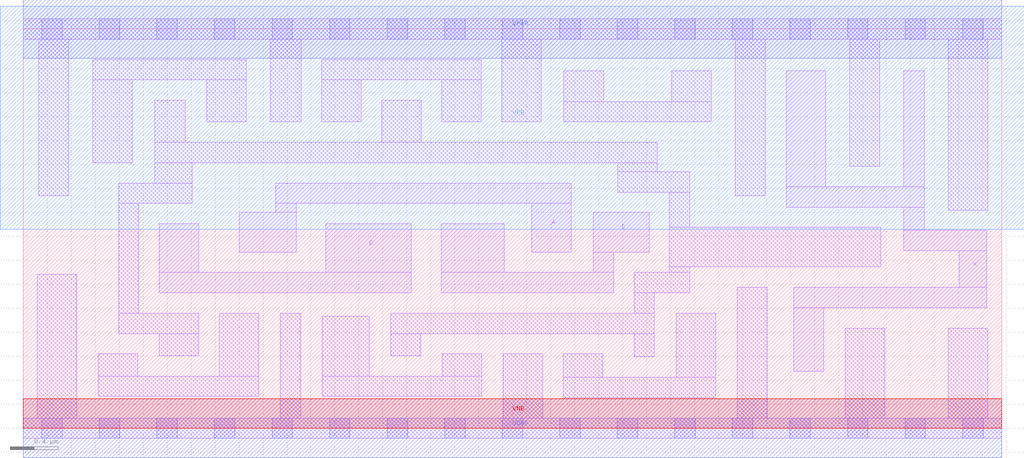
<source format=lef>
# Copyright 2020 The SkyWater PDK Authors
#
# Licensed under the Apache License, Version 2.0 (the "License");
# you may not use this file except in compliance with the License.
# You may obtain a copy of the License at
#
#     https://www.apache.org/licenses/LICENSE-2.0
#
# Unless required by applicable law or agreed to in writing, software
# distributed under the License is distributed on an "AS IS" BASIS,
# WITHOUT WARRANTIES OR CONDITIONS OF ANY KIND, either express or implied.
# See the License for the specific language governing permissions and
# limitations under the License.
#
# SPDX-License-Identifier: Apache-2.0

VERSION 5.7 ;
  NOWIREEXTENSIONATPIN ON ;
  DIVIDERCHAR "/" ;
  BUSBITCHARS "[]" ;
MACRO sky130_fd_sc_hs__maj3_4
  CLASS CORE ;
  FOREIGN sky130_fd_sc_hs__maj3_4 ;
  ORIGIN  0.000000  0.000000 ;
  SIZE  8.160000 BY  3.330000 ;
  SYMMETRY X Y ;
  SITE unit ;
  PIN A
    ANTENNAGATEAREA  0.984000 ;
    DIRECTION INPUT ;
    USE SIGNAL ;
    PORT
      LAYER li1 ;
        RECT 1.800000 1.470000 2.275000 1.800000 ;
        RECT 2.105000 1.800000 2.275000 1.875000 ;
        RECT 2.105000 1.875000 4.570000 2.045000 ;
        RECT 4.240000 1.470000 4.570000 1.875000 ;
    END
  END A
  PIN B
    ANTENNAGATEAREA  0.984000 ;
    DIRECTION INPUT ;
    USE SIGNAL ;
    PORT
      LAYER li1 ;
        RECT 1.135000 1.130000 3.235000 1.300000 ;
        RECT 1.135000 1.300000 1.465000 1.705000 ;
        RECT 2.525000 1.300000 3.235000 1.705000 ;
    END
  END B
  PIN C
    ANTENNAGATEAREA  0.984000 ;
    DIRECTION INPUT ;
    USE SIGNAL ;
    PORT
      LAYER li1 ;
        RECT 3.485000 1.130000 4.925000 1.300000 ;
        RECT 3.485000 1.300000 4.010000 1.705000 ;
        RECT 4.755000 1.300000 4.925000 1.470000 ;
        RECT 4.755000 1.470000 5.220000 1.800000 ;
    END
  END C
  PIN X
    ANTENNADIFFAREA  1.116000 ;
    DIRECTION OUTPUT ;
    USE SIGNAL ;
    PORT
      LAYER li1 ;
        RECT 6.365000 1.845000 7.515000 2.015000 ;
        RECT 6.365000 2.015000 6.695000 2.980000 ;
        RECT 6.425000 0.475000 6.675000 1.005000 ;
        RECT 6.425000 1.005000 8.035000 1.175000 ;
        RECT 7.345000 1.480000 8.035000 1.650000 ;
        RECT 7.345000 1.650000 7.515000 1.845000 ;
        RECT 7.345000 2.015000 7.515000 2.980000 ;
        RECT 7.805000 1.175000 8.035000 1.480000 ;
    END
  END X
  PIN VGND
    DIRECTION INOUT ;
    USE GROUND ;
    PORT
      LAYER met1 ;
        RECT 0.000000 -0.245000 8.160000 0.245000 ;
    END
  END VGND
  PIN VNB
    DIRECTION INOUT ;
    USE GROUND ;
    PORT
      LAYER pwell ;
        RECT 0.000000 0.000000 8.160000 0.245000 ;
    END
  END VNB
  PIN VPB
    DIRECTION INOUT ;
    USE POWER ;
    PORT
      LAYER nwell ;
        RECT -0.190000 1.660000 8.350000 3.520000 ;
    END
  END VPB
  PIN VPWR
    DIRECTION INOUT ;
    USE POWER ;
    PORT
      LAYER met1 ;
        RECT 0.000000 3.085000 8.160000 3.575000 ;
    END
  END VPWR
  OBS
    LAYER li1 ;
      RECT 0.000000 -0.085000 8.160000 0.085000 ;
      RECT 0.000000  3.245000 8.160000 3.415000 ;
      RECT 0.115000  0.085000 0.445000 1.285000 ;
      RECT 0.130000  1.940000 0.380000 3.245000 ;
      RECT 0.580000  2.215000 0.910000 2.905000 ;
      RECT 0.580000  2.905000 1.860000 3.075000 ;
      RECT 0.625000  0.265000 1.965000 0.435000 ;
      RECT 0.625000  0.435000 0.955000 0.620000 ;
      RECT 0.795000  0.790000 1.465000 0.960000 ;
      RECT 0.795000  0.960000 0.965000 1.875000 ;
      RECT 0.795000  1.875000 1.410000 2.045000 ;
      RECT 1.095000  2.045000 1.410000 2.215000 ;
      RECT 1.095000  2.215000 5.290000 2.385000 ;
      RECT 1.095000  2.385000 1.350000 2.735000 ;
      RECT 1.135000  0.605000 1.465000 0.790000 ;
      RECT 1.530000  2.555000 1.860000 2.905000 ;
      RECT 1.635000  0.435000 1.965000 0.960000 ;
      RECT 2.060000  2.555000 2.320000 3.245000 ;
      RECT 2.145000  0.085000 2.315000 0.960000 ;
      RECT 2.490000  2.555000 2.820000 2.905000 ;
      RECT 2.490000  2.905000 3.820000 3.075000 ;
      RECT 2.495000  0.265000 3.825000 0.435000 ;
      RECT 2.495000  0.435000 2.885000 0.935000 ;
      RECT 2.990000  2.385000 3.320000 2.735000 ;
      RECT 3.065000  0.605000 3.315000 0.790000 ;
      RECT 3.065000  0.790000 5.265000 0.960000 ;
      RECT 3.490000  2.555000 3.820000 2.905000 ;
      RECT 3.495000  0.435000 3.825000 0.620000 ;
      RECT 3.990000  2.555000 4.320000 3.245000 ;
      RECT 4.005000  0.085000 4.335000 0.620000 ;
      RECT 4.505000  0.255000 5.775000 0.425000 ;
      RECT 4.505000  0.425000 4.835000 0.620000 ;
      RECT 4.510000  2.555000 5.740000 2.725000 ;
      RECT 4.510000  2.725000 4.840000 2.980000 ;
      RECT 4.960000  1.970000 5.560000 2.140000 ;
      RECT 4.960000  2.140000 5.290000 2.215000 ;
      RECT 5.095000  0.595000 5.265000 0.790000 ;
      RECT 5.095000  0.960000 5.265000 1.130000 ;
      RECT 5.095000  1.130000 5.560000 1.300000 ;
      RECT 5.390000  1.300000 5.560000 1.345000 ;
      RECT 5.390000  1.345000 7.150000 1.675000 ;
      RECT 5.390000  1.675000 5.560000 1.970000 ;
      RECT 5.410000  2.725000 5.740000 2.980000 ;
      RECT 5.445000  0.425000 5.775000 0.960000 ;
      RECT 5.940000  1.940000 6.190000 3.245000 ;
      RECT 5.955000  0.085000 6.205000 1.175000 ;
      RECT 6.855000  0.085000 7.185000 0.835000 ;
      RECT 6.895000  2.185000 7.145000 3.245000 ;
      RECT 7.715000  0.085000 8.045000 0.835000 ;
      RECT 7.715000  1.820000 8.045000 3.245000 ;
    LAYER mcon ;
      RECT 0.155000 -0.085000 0.325000 0.085000 ;
      RECT 0.155000  3.245000 0.325000 3.415000 ;
      RECT 0.635000 -0.085000 0.805000 0.085000 ;
      RECT 0.635000  3.245000 0.805000 3.415000 ;
      RECT 1.115000 -0.085000 1.285000 0.085000 ;
      RECT 1.115000  3.245000 1.285000 3.415000 ;
      RECT 1.595000 -0.085000 1.765000 0.085000 ;
      RECT 1.595000  3.245000 1.765000 3.415000 ;
      RECT 2.075000 -0.085000 2.245000 0.085000 ;
      RECT 2.075000  3.245000 2.245000 3.415000 ;
      RECT 2.555000 -0.085000 2.725000 0.085000 ;
      RECT 2.555000  3.245000 2.725000 3.415000 ;
      RECT 3.035000 -0.085000 3.205000 0.085000 ;
      RECT 3.035000  3.245000 3.205000 3.415000 ;
      RECT 3.515000 -0.085000 3.685000 0.085000 ;
      RECT 3.515000  3.245000 3.685000 3.415000 ;
      RECT 3.995000 -0.085000 4.165000 0.085000 ;
      RECT 3.995000  3.245000 4.165000 3.415000 ;
      RECT 4.475000 -0.085000 4.645000 0.085000 ;
      RECT 4.475000  3.245000 4.645000 3.415000 ;
      RECT 4.955000 -0.085000 5.125000 0.085000 ;
      RECT 4.955000  3.245000 5.125000 3.415000 ;
      RECT 5.435000 -0.085000 5.605000 0.085000 ;
      RECT 5.435000  3.245000 5.605000 3.415000 ;
      RECT 5.915000 -0.085000 6.085000 0.085000 ;
      RECT 5.915000  3.245000 6.085000 3.415000 ;
      RECT 6.395000 -0.085000 6.565000 0.085000 ;
      RECT 6.395000  3.245000 6.565000 3.415000 ;
      RECT 6.875000 -0.085000 7.045000 0.085000 ;
      RECT 6.875000  3.245000 7.045000 3.415000 ;
      RECT 7.355000 -0.085000 7.525000 0.085000 ;
      RECT 7.355000  3.245000 7.525000 3.415000 ;
      RECT 7.835000 -0.085000 8.005000 0.085000 ;
      RECT 7.835000  3.245000 8.005000 3.415000 ;
  END
END sky130_fd_sc_hs__maj3_4
END LIBRARY

</source>
